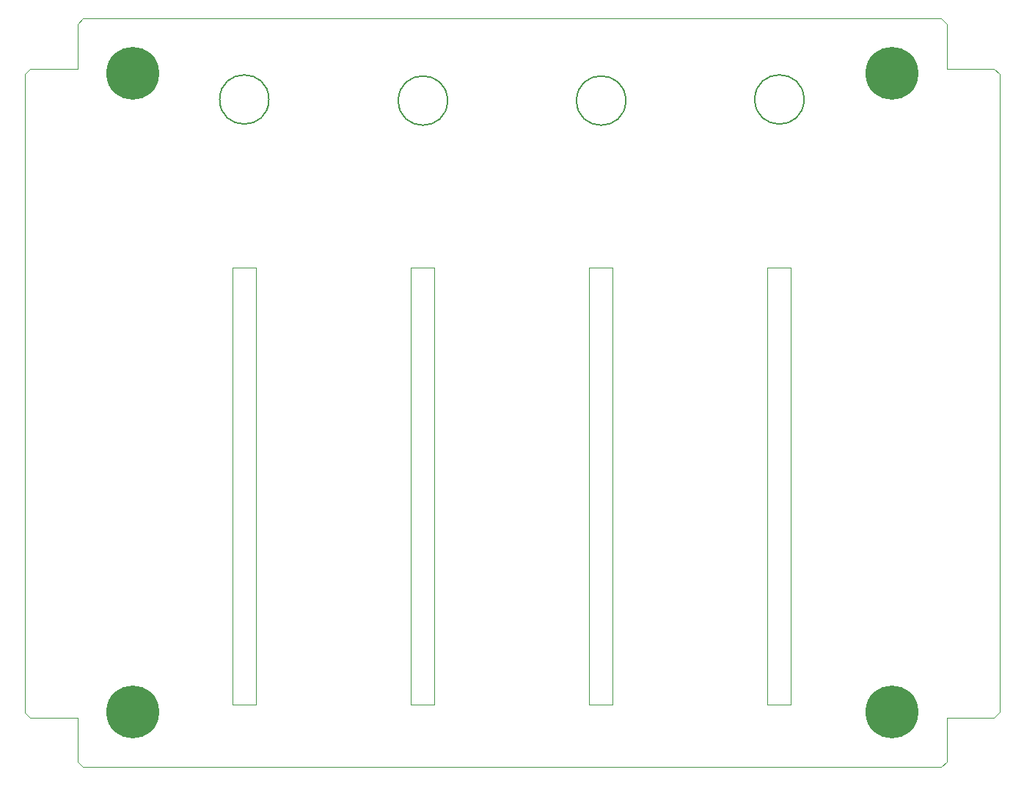
<source format=gbr>
%TF.GenerationSoftware,KiCad,Pcbnew,5.1.6-c6e7f7d~87~ubuntu18.04.1*%
%TF.CreationDate,2020-10-25T00:49:13+01:00*%
%TF.ProjectId,ActiveSplitterPedalWithDigitalPeakDetector,41637469-7665-4537-906c-697474657250,rev?*%
%TF.SameCoordinates,Original*%
%TF.FileFunction,Soldermask,Top*%
%TF.FilePolarity,Negative*%
%FSLAX46Y46*%
G04 Gerber Fmt 4.6, Leading zero omitted, Abs format (unit mm)*
G04 Created by KiCad (PCBNEW 5.1.6-c6e7f7d~87~ubuntu18.04.1) date 2020-10-25 00:49:13*
%MOMM*%
%LPD*%
G01*
G04 APERTURE LIST*
%TA.AperFunction,Profile*%
%ADD10C,0.050000*%
%TD*%
%TA.AperFunction,Profile*%
%ADD11C,0.150000*%
%TD*%
%ADD12C,6.100000*%
G04 APERTURE END LIST*
D10*
X168338500Y-73406000D02*
X168338500Y-123888500D01*
X168338500Y-123888500D02*
X165608000Y-123888500D01*
X165608000Y-73406000D02*
X168338500Y-73406000D01*
X165608000Y-123888500D02*
X165608000Y-73406000D01*
X147764500Y-73406000D02*
X147764500Y-123888500D01*
X147764500Y-123888500D02*
X145034000Y-123888500D01*
X145034000Y-73406000D02*
X147764500Y-73406000D01*
X145034000Y-123888500D02*
X145034000Y-73406000D01*
X127190500Y-73406000D02*
X127190500Y-123888500D01*
X127190500Y-123888500D02*
X124460000Y-123888500D01*
X124460000Y-73406000D02*
X127190500Y-73406000D01*
X124460000Y-123888500D02*
X124460000Y-73406000D01*
X103886000Y-123888500D02*
X103886000Y-73406000D01*
X106616500Y-123888500D02*
X103886000Y-123888500D01*
X106616500Y-73406000D02*
X106616500Y-123888500D01*
X103886000Y-73406000D02*
X106616500Y-73406000D01*
D11*
X169844806Y-53975000D02*
G75*
G03*
X169844806Y-53975000I-2839806J0D01*
G01*
X149270806Y-54102000D02*
G75*
G03*
X149270806Y-54102000I-2839806J0D01*
G01*
X128696806Y-54102000D02*
G75*
G03*
X128696806Y-54102000I-2839806J0D01*
G01*
X108077000Y-53975000D02*
G75*
G03*
X108077000Y-53975000I-2839806J0D01*
G01*
D10*
X186309000Y-130429000D02*
X185674000Y-131064000D01*
X186309000Y-125349000D02*
X186309000Y-130429000D01*
X191770000Y-125349000D02*
X186309000Y-125349000D01*
X192405000Y-124714000D02*
X191770000Y-125349000D01*
X192405000Y-51054000D02*
X192405000Y-124714000D01*
X191770000Y-50419000D02*
X192405000Y-51054000D01*
X186309000Y-50419000D02*
X191770000Y-50419000D01*
X186309000Y-45275500D02*
X186309000Y-50419000D01*
X185674000Y-44640500D02*
X186309000Y-45275500D01*
X86614000Y-44640500D02*
X185674000Y-44640500D01*
X85979000Y-45275500D02*
X86614000Y-44640500D01*
X85979000Y-50419000D02*
X85979000Y-45275500D01*
X80518000Y-50419000D02*
X85979000Y-50419000D01*
X79883000Y-51054000D02*
X80518000Y-50419000D01*
X79883000Y-124777500D02*
X79883000Y-51054000D01*
X80518000Y-125412500D02*
X79883000Y-124777500D01*
X85979000Y-125412500D02*
X80518000Y-125412500D01*
X85979000Y-130429000D02*
X85979000Y-125412500D01*
X86614000Y-131064000D02*
X85979000Y-130429000D01*
X185674000Y-131064000D02*
X86614000Y-131064000D01*
D12*
%TO.C,REF\u002A\u002A*%
X179959000Y-50990500D03*
%TD*%
%TO.C,REF\u002A\u002A*%
X179959000Y-124714000D03*
%TD*%
%TO.C,REF\u002A\u002A*%
X92329000Y-124714000D03*
%TD*%
%TO.C,REF\u002A\u002A*%
X92329000Y-50990500D03*
%TD*%
M02*

</source>
